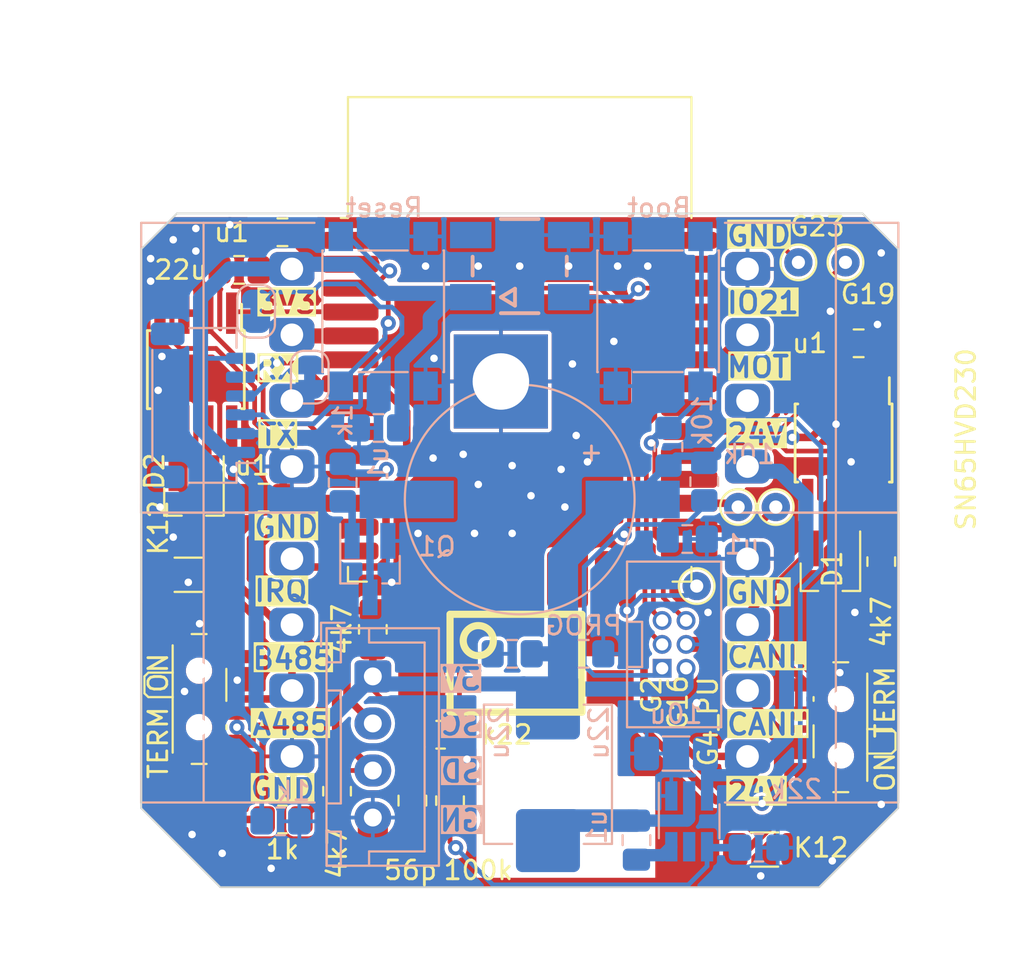
<source format=kicad_pcb>
(kicad_pcb (version 20221018) (generator pcbnew)
  (layers (0 "F.Cu" signal) (31 "B.Cu" signal) (34 "B.Paste" user) (35 "F.Paste" user) (36 "B.SilkS" user "B.Silkscreen") (37 "F.SilkS" user "F.Silkscreen") (38 "B.Mask" user) (39 "F.Mask" user) (44 "Edge.Cuts" user))
  (net 0 "")
  (net 1 "FINGER_TX")
  (net 2 "FINGER_RX")
  (net 3 "PROG_TX")
  (net 4 "PROG_RX")
  (net 5 "MOTOR")
  (net 6 "RS485A")
  (net 7 "RS485B")
  (net 8 "MOTOR1")
  (net 12 "Net-(J7-Pin_1)")
  (net 13 "Net-(J8-Pin_1)")
  (net 15 "GND")
  (net 16 "+24V")
  (net 17 "485_DI")
  (net 18 "/SW")
  (net 19 "+3V3")
  (net 20 "PROG_EN")
  (net 21 "CANH")
  (net 22 "CANL")
  (net 23 "Net-(U4-Rs)")
  (net 24 "Net-(SW3-A)")
  (net 25 "PROG_IO0")
  (net 26 "CAN_TX")
  (net 27 "CAN_RX")
  (net 29 "/BOOT")
  (net 30 "/FB")
  (net 31 "/IO21")
  (net 32 "Net-(BZ1--)")
  (net 33 "Net-(Q1-B)")
  (net 34 "BUZZER")
  (net 35 "Net-(J9-Pin_1)")
  (net 36 "RGB")
  (net 37 "FINGER_IRQ")
  (net 38 "Net-(J11-Pin_1)")
  (net 39 "Net-(J12-Pin_1)")
  (net 40 "Net-(R11-Pad1)")
  (net 41 "485_RO")
  (net 42 "485_DE")
  (net 43 "Net-(SW4-A)")
  (net 45 "/SCL")
  (net 46 "/SDA")
  (net 48 "Net-(J10-Pin_3)")
  (net 49 "Net-(J10-Pin_4)")
  (footprint "Resistor_SMD:R_0805_2012Metric_Pad1.20x1.40mm_HandSolder" (layer "F.Cu") (at 119.2 51.7 -90)
    (fp_text reference "R3" hide)
    (fp_text value "4k7")
  )
  (footprint "Package_TO_SOT_SMD:SOT-23_Handsoldering" (layer "F.Cu") (at 82.7 48.5 -90)
    (fp_text reference "D2")
    (fp_text value "PSM712")
  )
  (footprint "liebler_SEMICONDUCTORS:mdip_4_handsolder" (layer "F.Cu") (at 99.8 57.1 -90)
    (fp_text reference "U3" hide)
    (fp_text value "PC817" hide)
  )
  (footprint "Package_TO_SOT_SMD:SOT-23_Handsoldering" (layer "F.Cu") (at 116.5 52.5 -90)
    (fp_text reference "D1")
    (fp_text value "NUP2105")
  )
  (footprint "Resistor_SMD:R_0805_2012Metric_Pad1.20x1.40mm_HandSolder" (layer "F.Cu") (at 95.8 60.9)
    (fp_text reference "R11" hide)
    (fp_text value "k22")
  )
  (footprint "Resistor_SMD:R_1206_3216Metric_Pad1.30x1.75mm_HandSolder" (layer "F.Cu") (at 113 67)
    (fp_text reference "R4" hide)
    (fp_text value "K12")
  )
  (footprint "Capacitor_SMD:C_0805_2012Metric_Pad1.18x1.45mm_HandSolder" (layer "F.Cu") (at 94.3 64.4 90)
    (fp_text reference "C1" hide)
    (fp_text value "56p")
  )
  (footprint "Resistor_SMD:R_0805_2012Metric_Pad1.20x1.40mm_HandSolder" (layer "F.Cu") (at 92.2 55.3 -90)
    (fp_text reference "R13" hide)
    (fp_text value "4k7")
  )
  (footprint "TestPoint:TestPoint_THTPad_D1.5mm_Drill0.7mm" (layer "F.Cu") (at 113.6 48.8)
    (fp_text reference "J8" hide)
    (fp_text value "G4_PU")
  )
  (footprint "TestPoint:TestPoint_THTPad_D1.5mm_Drill0.7mm" (layer "F.Cu") (at 109.4 53)
    (fp_text reference "J7" hide)
    (fp_text value "G2")
  )
  (footprint "Capacitor_SMD:C_0805_2012Metric_Pad1.18x1.45mm_HandSolder" (layer "F.Cu") (at 87.4 34.2 180)
    (fp_text reference "C8" hide)
    (fp_text value "u1")
  )
  (footprint "liebler_MECH:SW_SPDT_PCM12_handsolder" (layer "F.Cu") (at 116.7275 60.5 90)
    (fp_text reference "SW3" hide)
    (fp_text value "ON TERM")
  )
  (footprint "liebler_MODULES:ESP32-WROOM-32_HANDSOLDER" (layer "F.Cu") (at 100 42.885)
    (fp_text reference "U1" hide)
    (fp_text value "ESP32-WROOM-E")
  )
  (footprint "Capacitor_SMD:C_0805_2012Metric_Pad1.18x1.45mm_HandSolder" (layer "F.Cu") (at 118 40.1)
    (fp_text reference "C7" hide)
    (fp_text value "u1")
  )
  (footprint "liebler_MECH:SW_SPDT_PCM12_handsolder" (layer "F.Cu") (at 83.3 59 -90)
    (fp_text reference "SW4" hide)
    (fp_text value "TERM ON")
  )
  (footprint "liebler_SEMICONDUCTORS:SOIC-8_3.9x4.9mm_Pitch1.27mm_handsolder" (layer "F.Cu") (at 117.2 45.4 -90)
    (fp_text reference "U4" hide)
    (fp_text value "SN65HVD230")
  )
  (footprint "Resistor_SMD:R_1206_3216Metric_Pad1.30x1.75mm_HandSolder" (layer "F.Cu") (at 82.4 52.4)
    (fp_text reference "R9" hide)
    (fp_text value "K12")
  )
  (footprint "Capacitor_SMD:C_0805_2012Metric_Pad1.18x1.45mm_HandSolder" (layer "F.Cu") (at 86.4 48.3 180)
    (fp_text reference "C3" hide)
    (fp_text value "u1")
  )
  (footprint "TestPoint:TestPoint_THTPad_D1.5mm_Drill0.7mm" (layer "F.Cu") (at 111.6 48.8)
    (fp_text reference "J9" hide)
    (fp_text value "G16")
  )
  (footprint "TestPoint:TestPoint_THTPad_D1.5mm_Drill0.7mm" (layer "F.Cu") (at 114.8 35.8)
    (fp_text reference "J12" hide)
    (fp_text value "G23")
  )
  (footprint "Resistor_SMD:R_0805_2012Metric_Pad1.20x1.40mm_HandSolder" (layer "F.Cu") (at 87.4 65.4 180)
    (fp_text reference "R2" hide)
    (fp_text value "1k")
  )
  (footprint "Capacitor_SMD:C_0805_2012Metric_Pad1.18x1.45mm_HandSolder" (layer "F.Cu") (at 85.1 36.2 180)
    (fp_text reference "C10" hide)
    (fp_text value "22u")
  )
  (footprint "Resistor_SMD:R_0805_2012Metric_Pad1.20x1.40mm_HandSolder" (layer "F.Cu") (at 96.3 64.4 -90)
    (fp_text reference "R5" hide)
    (fp_text value "100k")
  )
  (footprint "Resistor_SMD:R_0805_2012Metric_Pad1.20x1.40mm_HandSolder" (layer "F.Cu") (at 90.3 63.9 -90)
    (fp_text reference "R12" hide)
    (fp_text value "4k7")
  )
  (footprint "liebler_SEMICONDUCTORS:SOIC-8_3.9x4.9mm_Pitch1.27mm_handsolder" (layer "F.Cu") (at 82.8 41.5 -90)
    (fp_text reference "U5" hide)
    (fp_text value "MAX3485" hide)
  )
  (footprint "TestPoint:TestPoint_THTPad_D1.5mm_Drill0.7mm" (layer "F.Cu") (at 117.3 35.8)
    (fp_text reference "J11" hide)
    (fp_text value "G19")
  )
  (footprint "Capacitor_SMD:C_1206_3216Metric_Pad1.33x1.80mm_HandSolder" (layer "B.Cu") (at 108.3 61.9)
    (fp_text reference "C11" hide)
    (fp_text value "10u")
  )
  (footprint "liebler_PASSIVES:L_0630" (layer "B.Cu") (at 101.5 63 -90)
    (fp_text reference "L2" hide)
    (fp_text value "10u")
  )
  (footprint "Button_Switch_SMD:SW_Push_1P1T_NO_6x6mm_H9.5mm" (layer "B.Cu") (at 92.75 38.4 90)
    (fp_text reference "SW2" hide)
    (fp_text value "Reset")
  )
  (footprint "Resistor_SMD:R_0805_2012Metric_Pad1.20x1.40mm_HandSolder" (layer "B.Cu") (at 90.6 47.5 90)
    (fp_text reference "R10" hide)
    (fp_text value "1k")
  )
  (footprint "Capacitor_SMD:C_0805_2012Metric_Pad1.18x1.45mm_HandSolder" (layer "B.Cu") (at 106.2 66.5 90)
    (fp_text reference "C14" hide)
    (fp_text value "u1")
  )
  (footprint "Resistor_SMD:R_0805_2012Metric_Pad1.20x1.40mm_HandSolder" (layer "B.Cu") (at 87.3 65.5)
    (fp_text reference "R1" hide)
    (fp_text value "1k")
  )
  (footprint "Jumper:SolderJumper-2_P1.3mm_Bridged_RoundedPad1.0x1.5mm" (layer "B.Cu") (at 86 38.4 90)
    (fp_text reference "JP1" hide)
    (fp_text value "Jumper_2_Bridged" hide)
  )
  (footprint "Resistor_SMD:R_0805_2012Metric_Pad1.20x1.40mm_HandSolder" (layer "B.Cu") (at 112.7 66.9 180)
    (fp_text reference "R8" hide)
    (fp_text value "22k")
  )
  (footprint "Connector_JST:JST_SH_SM06B-SRSS-TB_1x06-1MP_P1.00mm_Horizontal" (layer "B.Cu") (at 83.175 43.4 90)
    (fp_text reference "J10" hide)
    (fp_text value "Conn_01x06")
  )
  (footprint "Buzzer_Beeper:Buzzer_12x9.5RM7.6" (layer "B.Cu") (at 100 48.4 180)
    (fp_text reference "BZ1" hide)
    (fp_text value "Buzzer")
  )
  (footprint "liebler_CONN:PhoenixContact_MC_1,5_4-G-3.5_1x04_P3.50mm_Horizontal_smallerCourtyard" (layer "B.Cu") (at 112.1 56.8 -90)
    (fp_text reference "J2" hide)
    (fp_text value "Conn_01x04")
  )
  (footprint "Button_Switch_SMD:SW_Push_1P1T_NO_6x6mm_H9.5mm" (layer "B.Cu") (at 107.35 38.4 -90)
    (fp_text reference "SW1" hide)
    (fp_text value "Boot")
  )
  (footprint "Resistor_SMD:R_0805_2012Metric_Pad1.20x1.40mm_HandSolder" (layer "B.Cu") (at 107.9 45.6 -90)
    (fp_text reference "R7" hide)
    (fp_text value "10k")
  )
  (footprint "Capacitor_SMD:C_0805_2012Metric_Pad1.18x1.45mm_HandSolder" (layer "B.Cu") (at 108.9 50.5)
    (fp_text reference "C9" hide)
    (fp_text value "u1")
  )
  (footprint "Connector_JST:JST_XH_B4B-XH-A_1x04_P2.50mm_Vertical" (layer "B.Cu") (at 92.2 57.8 -90)
    (fp_text reference "J6" hide)
    (fp_text value "Conn_01x04")
  )
  (footprint "liebler_OPTO:WS2812b_handsolder" (layer "B.Cu") (at 100 36 -90)
    (fp_text reference "D3" hide)
    (fp_text value "WS2812B" hide)
  )
  (footprint "liebler_CONN:PhoenixContact_MC_1,5_4-G-3.5_1x04_P3.50mm_Horizontal_smallerCourtyard" (layer "B.Cu") (at 87.905 56.8 90)
    (fp_text reference "J3" hide)
    (fp_text value "Motor")
  )
  (footprint "Capacitor_SMD:C_0805_2012Metric_Pad1.18x1.45mm_HandSolder" (layer "B.Cu") (at 99.6 56.6 180)
    (fp_text reference "C15" hide)
    (fp_text value "22u")
  )
  (footprint "liebler_CONN:PhoenixContact_MC_1,5_4-G-3.5_1x04_P3.50mm_Horizontal_smallerCourtyard" (layer "B.Cu") (at 87.9 41.4 90)
    (fp_text reference "J1" hide)
    (fp_text value "Conn_01x04")
  )
  (footprint "Resistor_SMD:R_0805_2012Metric_Pad1.20x1.40mm_HandSolder" (layer "B.Cu") (at 109.8 47.45 90)
    (fp_text reference "R6" hide)
    (fp_text value "10k")
  )
  (footprint "Package_TO_SOT_SMD:SOT-23-6_Handsoldering" (layer "B.Cu") (at 109 65.5 -90)
    (fp_text reference "U2" hide)
    (fp_text value "TPS54202DDC")
  )
  (footprint "liebler_CONN:PhoenixContact_MC_1,5_4-G-3.5_1x04_P3.50mm_Horizontal_smallerCourtyard" (layer "B.Cu") (at 112.1 41.4 -90)
    (fp_text reference "J5" hide)
    (fp_text value "Conn_01x04")
  )
  (footprint "liebler_CONN:IDC_2x03_P1.27mm_Vertical" (layer "B.Cu") (at 108.2 56.1)
    (fp_text reference "J4" hide)
    (fp_text value "PROG")
  )
  (footprint "Package_TO_SOT_SMD:SOT-23_Handsoldering" (layer "B.Cu") (at 92.05 52.1 -90)
    (fp_text reference "Q1")
    (fp_text value "BC847")
  )
  (footprint "Jumper:SolderJumper-2_P1.3mm_Bridged_RoundedPad1.0x1.5mm" (layer "B.Cu") (at 88.85 41.9 90)
    (fp_text reference "JP2" hide)
    (fp_text value "Jumper_2_Bridged" hide)
  )
  (footprint "Capacitor_SMD:C_0805_2012Metric_Pad1.18x1.45mm_HandSolder" (layer "B.Cu") (at 103.4 56.6)
    (fp_text reference "C2" hide)
    (fp_text value "22u")
  )
  (footprint "Capacitor_SMD:C_0805_2012Metric_Pad1.18x1.45mm_HandSolder" (layer "B.Cu") (at 92.5 44.6 180)
    (fp_text reference "C4" hide)
    (fp_text value "u1")
  )
  (gr_line (start 79.9 64.8) (end 84.1 69) (stroke (width 0.1)) (layer "Edge.Cuts"))
  (gr_line (start 118.2 33.2) (end 120.1 35.1) (stroke (width 0.1)) (layer "Edge.Cuts"))
  (gr_line (start 81.8 33.2) (end 118.2 33.2) (stroke (width 0.1)) (layer "Edge.Cuts"))
  (gr_line (start 84.1 69) (end 115.9 69) (stroke (width 0.1)) (layer "Edge.Cuts"))
  (gr_line (start 79.9 35.1) (end 79.9 64.8) (stroke (width 0.1)) (layer "Edge.Cuts"))
  (gr_line (start 79.9 35.1) (end 81.8 33.2) (stroke (width 0.1)) (layer "Edge.Cuts"))
  (gr_line (start 115.9 69) (end 120.1 64.8) (stroke (width 0.1)) (layer "Edge.Cuts"))
  (gr_line (start 120.1 35.1) (end 120.1 64.8) (stroke (width 0.1)) (layer "Edge.Cuts"))
  (gr_text "SC" (at 96.9 61) (layer "B.SilkS" knockout) (effects (font (size 1.1 1.1) (thickness 0.2) bold) (justify bottom mirror)))
  (gr_text "SD" (at 96.9 63.5) (layer "B.SilkS" knockout) (effects (font (size 1.1 1.1) (thickness 0.2) bold) (justify bottom mirror)))
  (gr_text "3V" (at 96.9 58.6) (layer "B.SilkS" knockout) (effects (font (size 1.1 1.1) (thickness 0.2) bold) (justify bottom mirror)))
  (gr_text "GN" (at 96.9 66.1) (layer "B.SilkS" knockout) (effects (font (size 1.1 1.1) (thickness 0.2) bold) (justify bottom mirror)))
  (gr_text "GND" (at 110.9 35) (layer "F.SilkS" knockout) (effects (font (size 1.1 1.1) (thickness 0.2) bold) (justify left bottom)))
  (gr_text "IRQ" (at 85.8 53.9) (layer "F.SilkS" knockout) (effects (font (size 1.1 1.1) (thickness 0.2) bold) (justify left bottom)))
  (gr_text "IO21" (at 110.9 38.6) (layer "F.SilkS" knockout) (effects (font (size 1.1 1.1) (thickness 0.2) bold) (justify left bottom)))
  (gr_text "RX" (at 85.9 42.1) (layer "F.SilkS" knockout) (effects (font (size 1.1 1.1) (thickness 0.2) bold) (justify left bottom)))
  (gr_text "3V3" (at 86 38.6) (layer "F.SilkS" knockout) (effects (font (size 1.1 1.1) (thickness 0.2) bold) (justify left bottom)))
  (gr_text "GND" (at 85.8 50.5) (layer "F.SilkS" knockout) (effects (font (size 1.1 1.1) (thickness 0.2) bold) (justify left bottom)))
  (gr_text "MOT" (at 110.9 42) (layer "F.SilkS" knockout) (effects (font (size 1.1 1.1) (thickness 0.2) bold) (justify left bottom)))
  (gr_text "GND" (at 110.9 54) (layer "F.SilkS" knockout) (effects (font (size 1.1 1.1) (thickness 0.2) bold) (justify left bottom)))
  (gr_text "B485" (at 85.7 57.5) (layer "F.SilkS" knockout) (effects (font (size 1.1 1.1) (thickness 0.2) bold) (justify left bottom)))
  (gr_text "GND" (at 85.6 64.4) (layer "F.SilkS" knockout) (effects (font (size 1.1 1.1) (thickness 0.2) bold) (justify left bottom)))
  (gr_text "TX" (at 86.1 45.6) (layer "F.SilkS" knockout) (effects (font (size 1.1 1.1) (thickness 0.2) bold) (justify left bottom)))
  (gr_text "24V" (at 110.9 45.6) (layer "F.SilkS" knockout) (effects (font (size 1.1 1.1) (thickness 0.2) bold) (justify left bottom)))
  (gr_text "A485" (at 85.7 61) (layer "F.SilkS" knockout) (effects (font (size 1.1 1.1) (thickness 0.2) bold) (justify left bottom)))
  (gr_text "CANH" (at 110.9 61) (layer "F.SilkS" knockout) (effects (font (size 1.1 1.1) (thickness 0.2) bold) (justify left bottom)))
  (gr_text "24V" (at 110.9 64.6) (layer "F.SilkS" knockout) (effects (font (size 1.1 1.1) (thickness 0.2) bold) (justify left bottom)))
  (gr_text "CANL" (at 110.9 57.4) (layer "F.SilkS" knockout) (effects (font (size 1.1 1.1) (thickness 0.2) bold) (justify left bottom)))
  (segment (start 91 43.52) (end 88.375 43.52) (width 0.8) (layer "F.Cu") (net 1))
  (segment (start 87.65 42.9) (end 87.9 43.15) (width 0.25) (layer "B.Cu") (net 1))
  (segment (start 87.9 43.15) (end 87.9 43) (width 0.25) (layer "B.Cu") (net 1))
  (segment (start 87.9 43) (end 88.1 42.8) (width 0.25) (layer "B.Cu") (net 1))
  (segment (start 91 39.71) (end 88.065 39.71) (width 0.8) (layer "F.Cu") (net 2))
  (segment (start 86 39.05) (end 87.3 39.05) (width 0.25) (layer "B.Cu") (net 2))
  (segment (start 87.3 39.05) (end 87.9 39.65) (width 0.25) (layer "B.Cu") (net 2))
  (segment (start 105.814769 44.748835) (end 105.814769 46.078373) (width 0.25) (layer "F.Cu") (net 3))
  (segment (start 106.7 39.24) (end 106.7 43.863604) (width 0.25) (layer "F.Cu") (net 3))
  (segment (start 105.814769 46.078373) (end 106.275 46.538604) (width 0.25) (layer "F.Cu") (net 3))
  (segment (start 106.65 55.185) (end 107.565 56.1) (width 0.25) (layer "F.Cu") (net 3))
  (segment (start 107.5 38.44) (end 109 38.44) (width 0.25) (layer "F.Cu") (net 3))
  (segment (start 106.275 46.538604) (end 106.275 50.701844) (width 0.25) (layer "F.Cu") (net 3))
  (segment (start 106.7 39.24) (end 107.5 38.44) (width 0.25) (layer "F.Cu") (net 3))
  (segment (start 106.65 51.076844) (end 106.65 55.185) (width 0.25) (layer "F.Cu") (net 3))
  (segment (start 106.7 43.863604) (end 105.814769 44.748835) (width 0.25) (layer "F.Cu") (net 3))
  (segment (start 106.275 50.701844) (end 106.65 51.076844) (width 0.25) (layer "F.Cu") (net 3))
  (segment (start 107.565 54.83) (end 107.1 54.365) (width 0.25) (layer "F.Cu") (net 4))
  (segment (start 107.483604 39.71) (end 109 39.71) (width 0.25) (layer "F.Cu") (net 4))
  (segment (start 107.1 50.890448) (end 106.725 50.515448) (width 0.25) (layer "F.Cu") (net 4))
  (segment (start 106.264769 44.935231) (end 107.175 44.025) (width 0.25) (layer "F.Cu") (net 4))
  (segment (start 107.1 54.365) (end 107.1 50.890448) (width 0.25) (layer "F.Cu") (net 4))
  (segment (start 106.725 50.515448) (end 106.725 46.352208) (width 0.25) (layer "F.Cu") (net 4))
  (segment (start 106.264769 45.891977) (end 106.264769 44.935231) (width 0.25) (layer "F.Cu") (net 4))
  (segment (start 107.175 44.025) (end 107.175 40.018604) (width 0.25) (layer "F.Cu") (net 4))
  (segment (start 107.175 40.018604) (end 107.483604 39.71) (width 0.25) (layer "F.Cu") (net 4))
  (segment (start 106.725 46.352208) (end 106.264769 45.891977) (width 0.25) (layer "F.Cu") (net 4))
  (segment (start 96.8 60.9) (end 96.8 55.03) (width 0.25) (layer "F.Cu") (net 5))
  (segment (start 96.8 55.03) (end 95.555 53.785) (width 0.25) (layer "F.Cu") (net 5))
  (segment (start 82.55 48.35) (end 83.2 48.35) (width 0.4) (layer "F.Cu") (net 6))
  (segment (start 82.165 47.965) (end 82.55 48.35) (width 0.4) (layer "F.Cu") (net 6))
  (segment (start 83.2 48.35) (end 83.5 48.65) (width 0.4) (layer "F.Cu") (net 6))
  (segment (start 87.905 57.45927) (end 86.305 55.85927) (width 0.4) (layer "F.Cu") (net 6))
  (segment (start 83.197208 59) (end 82.07 60.127208) (width 0.4) (layer "F.Cu") (net 6))
  (segment (start 86.305 55.005) (end 83.95 52.65) (width 0.4) (layer "F.Cu") (net 6))
  (segment (start 86.305 55.85927) (end 86.305 55.005) (width 0.4) (layer "F.Cu") (net 6))
  (segment (start 81.75 47.55) (end 82.55 48.35) (width 0.4) (layer "F.Cu") (net 6))
  (segment (start 82.165 44.5) (end 82.165 46.585) (width 0.4) (layer "F.Cu") (net 6))
  (segment (start 87.455 59) (end 83.197208 59) (width 0.4) (layer "F.Cu") (net 6))
  (segment (start 82.07 60.127208) (end 82.07 61.15) (width 0.4) (layer "F.Cu") (net 6))
  (segment (start 83.2 65.4) (end 86.4 65.4) (width 0.4) (layer "F.Cu") (net 6))
  (segment (start 82.67 61.75) (end 82.67 64.87) (width 0.4) (layer "F.Cu") (net 6))
  (segment (start 87.905 58.55) (end 87.905 57.45927) (width 0.4) (layer "F.Cu") (net 6))
  (segment (start 82.07 61.15) (end 82.67 61.75) (width 0.4) (layer "F.Cu") (net 6))
  (segment (start 83.5 48.65) (end 83.5 51.95) (width 0.4) (layer "F.Cu") (net 6))
  (segment (start 82.165 46.585) (end 81.75 47) (width 0.4) (layer "F.Cu") (net 6))
  (segment (start 82.165 44.5) (end 82.165 47.965) (width 0.4) (layer "F.Cu") (net 6))
  (segment (start 82.67 64.87) (end 83.2 65.4) (width 0.4) (layer "F.Cu") (net 6))
  (segment (start 87.905 58.55) (end 87.455 59) (width 0.4) (layer "F.Cu") (net 6))
  (segment (start 85.08 59.85) (end 89.05 59.85) (width 0.4) (layer "F.Cu") (net 7))
  (segment (start 84.98 61.25) (end 84.98 60.5) (width 0.25) (layer "F.Cu") (net 7))
  (segment (start 84.1 47.45) (end 83.65 47) (width 0.4) (layer "F.Cu") (net 7))
  (segment (start 89.505 59.395) (end 89.505 56.65) (width 0.4) (layer "F.Cu") (net 7))
  (segment (start 85 52.851472) (end 85 51.5) (width 0.4) (layer "F.Cu") (net 7))
  (segment (start 84.1 50.6) (end 84.1 47.45) (width 0.4) (layer "F.Cu") (net 7))
  (segment (start 84.98 60.5) (end 84.98 59.75) (width 0.25) (layer "F.Cu") (net 7))
  (segment (start 85 51.5) (end 84.1 50.6) (width 0.4) (layer "F.Cu") (net 7))
  (segment (start 83.435 46.785) (end 83.65 47) (width 0.4) (layer "F.Cu") (net 7))
  (segment (start 89.05 59.85) (end 89.505 59.395) (width 0.4) (layer "F.Cu") (net 7))
  (segment (start 87.198528 55.05) (end 85 52.851472) (width 0.4) (layer "F.Cu") (net 7))
  (segment (start 83.435 44.5) (end 83.435 46.785) (width 0.4) (layer "F.Cu") (net 7))
  (segment (start 89.505 56.65) (end 87.905 55.05) (width 0.4) (layer "F.Cu") (net 7))
  (via (at 84.98 60.5) (size 0.8) (drill 0.4) (layers "F.Cu" "B.Cu") (net 7))
  (segment (start 86.3 65.5) (end 86.3 61.82) (width 0.25) (layer "B.Cu") (net 7))
  (segment (start 86.3 61.82) (end 84.98 60.5) (width 0.25) (layer "B.Cu") (net 7))
  (segment (start 110.43 64.4) (end 104.5 58.47) (width 0.4) (layer "F.Cu") (net 8))
  (segment (start 112.718063 64.4) (end 110.43 64.4) (width 0.4) (layer "F.Cu") (net 8))
  (segment (start 112.868062 64.549999) (end 112.718063 64.4) (width 0.4) (layer "F.Cu") (net 8))
  (via (at 112.868062 64.549999) (size 0.8) (drill 0.4) (layers "F.Cu" "B.Cu") (net 8))
  (segment (start 113.178204 64.275) (end 114.9 62.553204) (width 0.25) (layer "B.Cu") (net 8))
  (segment (start 116 45.600001) (end 114.549999 44.15) (width 0.25) (layer "B.Cu") (net 8))
  (segment (start 112.868062 64.549999) (end 113.143061 64.275) (width 0.25) (layer "B.Cu") (net 8))
  (segment (start 113.143061 64.275) (end 113.178204 64.275) (width 0.25) (layer "B.Cu") (net 8))
  (segment (start 114.9 53.2) (end 116 52.1) (width 0.25) (layer "B.Cu") (net 8))
  (segment (start 114.9 62.553204) (end 114.9 53.2) (width 0.25) (layer "B.Cu") (net 8))
  (segment (start 114.549999 44.15) (end 112.1 44.15) (width 0.25) (layer "B.Cu") (net 8))
  (segment (start 116 52.1) (end 116 45.600001) (width 0.25) (layer "B.Cu") (net 8))
  (segment (start 105.715 54.285) (end 105.7 54.3) (width 0.25) (layer "F.Cu") (net 12))
  (segment (start 105.715 52.64) (end 105.715 54.285) (width 0.25) (layer "F.Cu") (net 12))
  (via (at 105.7 54.3) (size 0.8) (drill 0.4) (layers "F.Cu" "B.Cu") (net 12))
  (segment (start 108.9 53.5) (end 109.4 53) (width 0.25) (layer "B.Cu") (net 12))
  (segment (start 106.5 53.5) (end 108.9 53.5) (width 0.25) (layer "B.Cu") (net 12))
  (segment (start 105.7 54.3) (end 106.5 53.5) (width 0.25) (layer "B.Cu") (net 12))
  (segment (start 109.08 49.95) (end 112.45 49.95) (width 0.4) (layer "F.Cu") (net 13))
  (segment (start 112.45 49.95) (end 113.6 48.8) (width 0.4) (layer "F.Cu") (net 13))
  (segment (start 109 49.87) (end 109.08 49.95) (width 0.4) (layer "F.Cu") (net 13))
  (segment (start 93.17 34.63) (end 93.2 34.6) (width 0.8) (layer "F.Cu") (net 15))
  (segment (start 87.4375 48.3) (end 87.4375 47.1125) (width 0.4) (layer "F.Cu") (net 15))
  (segment (start 91 34.63) (end 93.17 34.63) (width 0.8) (layer "F.Cu") (net 15))
  (segment (start 92.2 65.3) (end 92.2 67.2) (width 1.6) (layer "F.Cu") (net 15))
  (segment (start 87.4375 47.1125) (end 87.9 46.65) (width 0.4) (layer "F.Cu") (net 15))
  (segment (start 109 34.63) (end 91 34.63) (width 0.8) (layer "F.Cu") (net 15))
  (segment (start 108.835 56.1) (end 110 56.1) (width 0.8) (layer "F.Cu") (net 15))
  (via (at 105.2 36) (size 0.8) (drill 0.4) (layers "F.Cu" "B.Cu") (net 15))
  (via (at 82.4 52.8) (size 0.8) (drill 0.4) (layers "F.Cu" "B.Cu") (net 15))
  (via (at 117.8 54.4) (size 0.8) (drill 0.4) (layers "F.Cu" "B.Cu") (net 15))
  (via (at 119.2 35.3) (size 0.8) (drill 0.4) (layers "F.Cu" "B.Cu") (net 15))
  (via (at 102.6 36) (size 0.8) (drill 0.4) (layers "F.Cu" "B.Cu") (net 15))
  (via (at 85 58) (size 0.8) (drill 0.4) (layers "F.Cu" "B.Cu") (net 15))
  (via (at 99.6 50.2) (size 0.8) (drill 0.4) (layers "F.Cu" "B.Cu") (net 15))
  (via (at 116.5 38.4) (size 0.8) (drill 0.4) (layers "F.Cu" "B.Cu") (net 15))
  (via (at 97.6 50.2) (size 0.8) (drill 0.4) (layers "F.Cu" "B.Cu") (net 15))
  (via (at 84.2 67.2) (size 0.8) (drill 0.4) (layers "F.Cu" "B.Cu") (net 15))
  (via (at 116.8 44.4) (size 0.8) (drill 0.4) (layers "F.Cu" "B.Cu") (net 15))
  (via (at 93.2 52.8) (size 0.8) (drill 0.4) (layers "F.Cu" "B.Cu") (net 15))
  (via (at 80.9 48.8) (size 0.8) (drill 0.4) (layers "F.Cu" "B.Cu") (net 15))
  (via (at 117.6 46.4) (size 0.8) (drill 0.4) (layers "F.Cu" "B.Cu") (net 15))
  (via (at 83 55) (size 0.8) (drill 0.4) (layers "F.Cu" "B.Cu") (net 15))
  (via (at 100.6 48.2) (size 0.8) (drill 0.4) (layers "F.Cu" "B.Cu") (net 15))
  (via (at 80.4 36.8) (size 0.8) (drill 0.4) (layers "F.Cu" "B.Cu") (net 15))
  (via (at 109.4 59.2) (size 0.8) (drill 0.4) (layers "F.Cu" "B.Cu") (net 15))
  (via (at 106.8 36) (size 0.8) (drill 0.4) (layers "F.Cu" "B.Cu") (net 15))
  (via (at 81 40.8) (size 0.8) (drill 0.4) (layers "F.Cu" "B.Cu") (net 15))
  (via (at 119.2 64.6) (size 0.8) (drill 0.4) (layers "F.Cu" "B.Cu") (net 15))
  (via (at 97.8 47.6) (size 0.8) (drill 0.4) (layers "F.Cu" "B.Cu") (net 15))
  (via (at 94.6 50.2) (size 0.8) (drill 0.4) (layers "F.Cu" "B.Cu") (net 15))
  (via (at 97.8 36) (size 0.8) (drill 0.4) (layers "F.Cu" "B.Cu") (net 15))
  (via (at 80.4 35.6) (size 0.8) (drill 0.4) (layers "F.Cu" "B.Cu") (net 15))
  (via (at 80.8 42.6) (size 0.8) (drill 0.4) (layers "F.Cu" "B.Cu") (net 15))
  (via (at 81.6 34.6) (size 0.8) (drill 0.4) (layers "F.Cu" "B.Cu") (net 15))
  (via (at 102.8 41.2) (size 0.8) (drill 0.4) (layers "F.Cu" "B.Cu") (net 15))
  (via (at 81.6 50.4) (size 0.8) (drill 0.4) (layers "F.Cu" "B.Cu") (net 15))
  (via (at 82.2 58.6) (size 0.8) (drill 0.4) (layers "F.Cu" "B.Cu") (net 15))
  (via (at 102.2 46.8) (size 0.8) (drill 0.4) (layers "F.Cu" "B.Cu") (net 15))
  (via (at 103.6 46.4) (size 0.8) (drill 0.4) (layers "F.Cu" "B.Cu") (net 15))
  (via (at 110 54.4) (size 0.8) (drill 0.4) (layers "F.Cu" "B.Cu") (net 15))
  (via (at 82.8 35.2) (size 0.8) (drill 0.4) (layers "F.Cu" "B.Cu") (net 15))
  (via (at 102.4 48.8) (size 0.8) (drill 0.4) (layers "F.Cu" "B.Cu") (net 15))
  (via (at 84.6 33.8) (size 0.8) (drill 0.4) (layers "F.Cu" "B.Cu") (net 15))
  (via (at 95.4 46.2) (size 0.8) (drill 0.4) (layers "F.Cu" "B.Cu") (net 15))
  (via (at 100 36) (size 0.8) (drill 0.4) (layers "F.Cu" "B.Cu") (net 15))
  (via (at 119 39.1) (size 0.8) (drill 0.4) (layers "F.Cu" "B.Cu") (net 15))
  (via (at 116.6 67.6) (size 0.8) (drill 0.4) (layers "F.Cu" "B.Cu") (net 15))
  (via (at 112.8 68.4) (size 0.8) (drill 0.4) (layers "F.Cu" "B.Cu") (net 15))
  (via (at 117 57.6) (size 0.8) (drill 0.4) (layers "F.Cu" "B.Cu") (net 15))
  (via (at 97 46) (size 0.8) (drill 0.4) (layers "F.Cu" "B.Cu") (net 15))
  (via (at 95 36) (size 0.8) (drill 0.4) (layers "F.Cu" "B.Cu") (net 15))
  (via (at 99.6 46.6) (size 0.8) (drill 0.4) (layers "F.Cu" "B.Cu") (net 15))
  (via (at 95.45 40.9) (size 0.8) (drill 0.4) (layers "F.Cu" "B.Cu") (net 15))
  (via (at 103 45) (size 0.8) (drill 0.4) (layers "F.Cu" "B.Cu") (net 15))
  (via (at 105 40) (size 0.8) (drill 0.4) (layers "F.Cu" "B.Cu") (net 15))
  (via (at 82.6 66.2) (size 0.8) (drill 0.4) (layers "F.Cu" "B.Cu") (net 15))
  (via (at 86.8 68) (size 0.8) (drill 0.4) (layers "F.Cu" "B.Cu") (net 15))
  (via (at 97.2 62.2) (size 0.8) (drill 0.4) (layers "F.Cu" "B.Cu") (net 15))
  (via (at 82.8 34) (size 0.8) (drill 0.4) (layers "F.Cu" "B.Cu") (net 15))
  (segment (start 85.175 44.9) (end 86.15 44.9) (width 0.4) (layer "B.Cu") (net 15))
  (segment (start 86.15 44.9) (end 87.9 46.65) (width 0.4) (layer "B.Cu") (net 15))
  (segment (start 109.278528 62.05) (end 112.1 62.05) (width 0.4) (layer "F.Cu") (net 16))
  (segment (start 105.63 55.83) (end 106.6 56.8) (width 0.4) (layer "F.Cu") (net 16))
  (segment (start 106.6 59.371472) (end 109.278528 62.05) (width 0.4) (layer "F.Cu") (net 16))
  (segment (start 106.6 56.8) (end 106.6 59.371472) (width 0.4) (layer "F.Cu") (net 16))
  (segment (start 109.95 64.15) (end 109.95 63.1) (width 0.65) (layer "B.Cu") (net 16))
  (segment (start 115.2 48.289793) (end 113.810207 46.9) (width 0.8) (layer "B.Cu") (net 16))
  (segment (start 114.175 60.975) (end 114.175 52.899696) (width 0.8) (layer "B.Cu") (net 16))
  (segment (start 110 63.05) (end 109.95 63.1) (width 0.65) (layer "B.Cu") (net 16))
  (segment (start 109.95 63.1) (end 109.95 61.9875) (width 0.65) (layer "B.Cu") (net 16))
  (segment (start 112.1 63.05) (end 110 63.05) (width 0.65) (layer "B.Cu") (net 16))
  (segment (start 114.175 52.899696) (end 115.2 51.874696) (width 0.8) (layer "B.Cu") (net 16))
  (segment (start 112.1 63.05) (end 114.175 60.975) (width 0.8) (layer "B.Cu") (net 16))
  (segment (start 115.2 51.874696) (end 115.2 48.289793) (width 0.8) (layer "B.Cu") (net 16))
  (segment (start 113.810207 46.9) (end 112.1 46.9) (width 0.8) (layer "B.Cu") (net 16))
  (segment (start 109.95 61.9875) (end 109.8625 61.9) (width 0.65) (layer "B.Cu") (net 16))
  (segment (start 89.718204 46.06) (end 88.483204 44.825) (width 0.25) (layer "F.Cu") (net 17))
  (segment (start 85.925 42.426396) (end 83.873604 40.375) (width 0.25) (layer "F.Cu") (net 17))
  (segment (start 81.97 40.375) (end 80.895 39.3) (width 0.25) (layer "F.Cu") (net 17))
  (segment (start 88.483204 44.825) (end 86.425 44.825) (width 0.25) (layer "F.Cu") (net 17))
  (segment (start 83.873604 40.375) (end 81.97 40.375) (width 0.25) (layer "F.Cu") (net 17))
  (segment (start 85.925 44.325) (end 85.925 42.426396) (width 0.25) (layer "F.Cu") (net 17))
  (segment (start 86.425 44.825) (end 85.925 44.325) (width 0.25) (layer "F.Cu") (net 17))
  (segment (start 106.2 65.4625) (end 102.5625 65.4625) (width 1.2) (layer "B.Cu") (net 18))
  (segment (start 109 64.15) (end 109 65.355) (width 0.65) (layer "B.Cu") (net 18))
  (segment (start 102.5625 65.4625) (end 101.5 66.525) (width 1.2) (layer "B.Cu") (net 18))
  (segment (start 108.8925 65.4625) (end 106.2 65.4625) (width 0.65) (layer "B.Cu") (net 18))
  (segment (start 109 65.355) (end 108.8925 65.4625) (width 0.65) (layer "B.Cu") (net 18))
  (segment (start 84.705 46.895) (end 84.705 47.6425) (width 0.4) (layer "F.Cu") (net 19))
  (segment (start 92.67 55.83) (end 92.2 56.3) (width 0.4) (layer "F.Cu") (net 19))
  (segment (start 116 44.6) (end 116 44.068629) (width 0.4) (layer "F.Cu") (net 19))
  (segment (start 84.705 47.6425) (end 85.3625 48.3) (width 0.4) (layer "F.Cu") (net 19))
  (segment (start 96.3 63.4) (end 94.3375 63.4) (width 0.4) (layer "F.Cu") (net 19))
  (segment (start 89 64.8) (end 90.2 64.8) (width 0.4) (layer "F.Cu") (net 19))
  (segment (start 115.497929 45.102071) (end 116 44.6) (width 0.4) (layer "F.Cu") (net 19))
  (segment (start 91.15 64.05) (end 93.6125 64.05) (width 0.4) (layer "F.Cu") (net 19))
  (segment (start 114.476765 45.102071) (end 115.497929 45.102071) (width 0.4) (layer "F.Cu") (net 19))
  (segment (start 92.2 58.513299) (end 93.875 60.188299) (width 0.25) (layer "F.Cu") (net 19))
  (segment (start 116.565 40.4975) (end 116.9625 40.1) (width 0.4) (layer "F.Cu") (net 19))
  (segment (start 93.6125 64.05) (end 94.3 63.3625) (width 0.4) (layer "F.Cu") (net 19))
  (segment (start 90.3 64.9) (end 91.15 64.05) (width 0.4) (layer "F.Cu") (net 19))
  (segment (start 116 44.068629) (end 116.565 43.503629) (width 0.4) (layer "F.Cu") (net 19))
  (segment (start 92.2 57.8) (end 92.2 56.3) (width 0.4) (layer "F.Cu") (net 19))
  (segment (start 94.8 55.83) (end 92.67 55.83) (width 0.4) (layer "F.Cu") (net 19))
  (segment (start 89.499482 35.899482) (end 88.4375 34.8375) (width 0.8) (layer "F.Cu") (net 19))
  (segment (start 92.154612 35.899482) (end 92.154094 35.9) (width 0.8) (layer "F.Cu") (net 19))
  (segment (start 84.705 46.705) (end 84.8 46.8) (width 0.4) (layer "F.Cu") (net 19))
  (segment (start 116.565 43.503629) (end 116.565 42.4) (width 0.4) (layer "F.Cu") (net 19))
  (segment (start 92.154094 35.9) (end 88.255 35.9) (width 0.8) (layer "F.Cu") (net 19))
  (segment (start 88.4375 34.8375) (end 88.4375 34.2) (width 0.8) (layer "F.Cu") (net 19))
  (segment (start 84.705 44.5) (end 84.705 46.705) (width 0.4) (layer "F.Cu") (net 19))
  (segment (start 116.565 42.4) (end 116.565 40.4975) (width 0.4) (layer "F.Cu") (net 19))
  (segment (start 88.4 65.4) (end 89 64.8) (width 0.4) (layer "F.Cu") (net 19))
  (segment (start 92.154612 35.899482) (end 89.499482 35.899482) (width 0.8) (layer "F.Cu") (net 19))
  (segment (start 84.8 46.8) (end 84.705 46.895) (width 0.4) (layer "F.Cu") (net 19))
  (segment (start 93.875 60.188299) (end 93.875 62.9375) (width 0.25) (layer "F.Cu") (net 19))
  (via (at 84.8 46.8) (size 0.8) (drill 0.4) (layers "F.Cu" "B.Cu") (net 19))
  (via (at 114.476765 45.102071) (size 0.8) (drill 0.4) (layers "F.Cu" "B.Cu") (net 19))
  (segment (start 85.175 40.9) (end 83.05 40.9) (width 0.25) (layer "B.Cu") (net 19))
  (segment (start 92.876622 37.45) (end 91.326104 35.899482) (width 0.8) (layer "B.Cu") (net 19))
  (segment (start 93.75 41) (end 95.25 39.5) (width 0.8) (layer "B.Cu") (net 19))
  (segment (start 93.5375 44.6) (end 93.75 44.3875) (width 0.8) (layer "B.Cu") (net 19))
  (segment (start 105.420101 48.4) (end 106 48.4) (width 1.6) (layer "B.Cu") (net 19))
  (segment (start 97.2 37.45) (end 92.876622 37.45) (width 0.8) (layer "B.Cu") (net 19))
  (segment (start 100.6375 56.6) (end 102.3625 56.6) (width 0.8) (layer "B.Cu") (net 19))
  (segment (start 86 47.564816) (end 83.05 44.614816) (width 0.8) (layer "B.Cu") (net 19))
  (segment (start 102.3 51.520101) (end 105.420101 48.4) (width 1.6) (layer "B.Cu") (net 19))
  (segment (start 92.2 57.8) (end 89.95 60.05) (width 0.8) (layer "B.Cu") (net 19))
  (segment (start 84.6 36.15) (end 87.9 36.15) (width 0.8) (layer "B.Cu") (net 19))
  (segment (start 92.6 58.2) (end 100.225 58.2) (width 0.8) (layer "B.Cu") (net 19))
  (segment (start 86 59.337114) (end 86 47.564816) (width 0.8) (layer "B.Cu") (net 19))
  (segment (start 83.05 37.7) (end 84.6 36.15) (width 0.8) (layer "B.Cu") (net 19))
  (segment (start 83.05 44.614816) (end 83.05 40.9) (width 0.8) (layer "B.Cu") (net 19))
  (segment (start 92.2 57.8) (end 92.6 58.2) (width 0.8) (layer "B.Cu") (net 19))
  (segment (start 108.3 46.1) (end 110.5 46.1) (width 0.4) (layer "B.Cu") (net 19))
  (segment (start 101.5 59.475) (end 102.3 58.675) (width 1.6) (layer "B.Cu") (net 19))
  (segment (start 110.5 46.1) (end 110.5 45.84073) (width 0.4) (layer "B.Cu") (net 19))
  (segment (start 96.335786 37.65) (end 97.4 37.65) (width 0.8) (layer "B.Cu") (net 19))
  (segment (start 108.665 58.47) (end 108.835 58.3) (width 0.8) (layer "B.Cu") (net 19))
  (segment (start 111.14073 45.2) (end 114.378836 45.2) (width 0.4) (layer "B.Cu") (net 19))
  (segment (start 95.25 39.5) (end 95.25 38.735786) (width 0.8) (layer "B.Cu") (net 19))
  (segment (start 110.5 45.84073) (end 111.14073 45.2) (width 0.4) (layer "B.Cu") (net 19))
  (segment (start 106 48.4) (end 108.3 46.1) (width 0.4) (layer "B.Cu") (net 19))
  (segment (start 108.835 58.3) (end 108.835 57.37) (width 0.8) (layer "B.Cu") (net 19))
  (segment (start 102.3 58.675) (end 102.3 51.520101) (width 1.6) (layer "B.Cu") (net 19))
  (segment (start 83.05 40.9) (end 83.05 37.7) (width 0.8) (layer "B.Cu") (net 19))
  (segment (start 97.4 37.65) (end 97.2 37.45) (width 0.8) (layer "B.Cu") (net 19))
  (segment (start 93.75 44.3875) (end 93.75 41) (width 0.8) (layer "B.Cu") (net 19))
  (segment (start 95.25 38.735786) (end 96.335786 37.65) (width 0.8) (layer "B.Cu") (net 19))
  (segment (start 86.712886 60.05) (end 86 59.337114) (width 0.8) (layer "B.Cu") (net 19))
  (segment (start 100.225 58.2) (end 101.5 59.475) (width 0.8) (layer "B.Cu") (net 19))
  (segment (start 89.95 60.05) (end 86.712886 60.05) (width 0.8) (layer "B.Cu") (net 19))
  (segment (start 102.505 58.47) (end 108.665 58.47) (width 0.8) (layer "B.Cu") (net 19))
  (segment (start 114.378836 45.2) (end 114.476765 45.102071) (width 0.4) (layer "B.Cu") (net 19))
  (segment (start 101.5 59.475) (end 102.505 58.47) (width 0.8) (layer "B.Cu") (net 19))
  (segment (start 88.150518 35.899482) (end 87.9 36.15) (width 0.8) (layer "B.Cu") (net 19))
  (segment (start 91.326104 35.899482) (end 88.150518 35.899482) (width 0.8) (layer "B.Cu") (net 19))
  (segment (start 93.019498 39.029176) (end 93.019498 37.689498) (width 0.25) (layer "F.Cu") (net 20))
  (segment (start 92.5 37.17) (end 91 37.17) (width 0.25) (layer "F.Cu") (net 20))
  (segment (start 93.091079 36.250243) (end 92.171322 37.17) (width 0.25) (layer "F.Cu") (net 20))
  (segment (start 92.171322 37.17) (end 91 37.17) (width 0.25) (layer "F.Cu") (net 20))
  (segment (start 104.27 37.17) (end 91 37.17) (width 0.25) (layer "F.Cu") (net 20))
  (segment (start 105.825 49.975) (end 105.825 46.725) (width 0.25) (layer "F.Cu") (net 20))
  (segment (start 105.364769 46.264769) (end 105.364769 44.562439) (width 0.25) (layer "F.Cu") (net 20))
  (segment (start 106.25 39.15) (end 104.27 37.17) (width 0.25) (layer "F.Cu") (net 20))
  (segment (start 93.019498 37.689498) (end 92.5 37.17) (width 0.25) (layer "F.Cu") (net 20))
  (segment (start 105.364769 44.562439) (end 106.25 43.677208) (width 0.25) (layer "F.Cu") (net 20))
  (segment (start 105.55 50.25) (end 105.825 49.975) (width 0.25) (layer "F.Cu") (net 20))
  (segment (start 106.25 43.677208) (end 106.25 39.15) (width 0.25) (layer "F.Cu") (net 20))
  (segment (start 105.825 46.725) (end 105.364769 46.264769) (width 0.25) (layer "F.Cu") (net 20))
  (via (at 93.019498 39.029176) (size 0.8) (drill 0.4) (layers "F.Cu" "B.Cu") (net 20))
  (via (at 105.55 50.25) (size 0.8) (drill 0.4) (layers "F.Cu" "B.Cu") (net 20))
  (via (at 93.091079 36.250243) (size 0.8) (drill 0.4) (layers "F.Cu" "B.Cu") (net 20))
  (segment (start 92.853428 39.835176) (end 90.5 42.188604) (width 0.25) (layer "B.Cu") (net 20))
  (segment (start 109.8 48.75) (end 109.8 48.45) (width 0.25) (layer "B.Cu") (net 20))
  (segment (start 105.686091 49.725) (end 108.825 49.725) (width 0.25) (layer "B.Cu") (net 20))
  (segment (start 90.5 42.188604) (end 90.5 42.375) (width 0.25) (layer "B.Cu") (net 20))
  (segment (start 108.825 49.725) (end 109.8 48.75) (width 0.25) (layer "B.Cu") (net 20))
  (segment (start 103.425 57.2201) (end 103.425 51.986091) (width 0.25) (layer "B.Cu") (net 20))
  (segment (start 93.019498 39.029176) (end 92.853428 39.195246) (width 0.25) (layer "B.Cu") (net 20))
  (segment (start 107.565 57.37) (end 107.19 57.745) (width 0.25) (layer "B.Cu") (net 20))
  (segment (start 92.853428 39.195246) (end 92.853428 39.835176) (width 0.25) (layer "B.Cu") (net 20))
  (segment (start 103.425 51.986091) (end 105.686091 49.725) (width 0.25) (layer "B.Cu") (net 20))
  (segment (start 103.9499 57.745) (end 103.425 57.2201) (width 0.25) (layer "B.Cu") (net 20))
  (segment (start 90.876926 34.425) (end 90.5 34.425) (width 0.25) (layer "B.Cu") (net 20))
  (segment (start 92.702169 36.250243) (end 90.876926 34.425) (width 0.25) (layer "B.Cu") (net 20))
  (segment (start 93.091079 36.250243) (end 92.702169 36.250243) (width 0.25) (layer "B.Cu") (net 20))
  (segment (start 107.19 57.745) (end 103.9499 57.745) (width 0.25) (layer "B.Cu") (net 20))
  (segment (start 112.1 58.9525) (end 113.7475 60.6) (width 0.4) (layer "F.Cu") (net 21))
  (segment (start 117.13 63.47) (end 118.9575 61.6425) (width 0.4) (layer "F.Cu") (net 21))
  (segment (start 118.9575 54.3075) (end 118.9575 60.6) (width 0.4) (layer "F.Cu") (net 21))
  (segment (start 117.13 65.44) (end 117.13 63.47) (width 0.4) (layer "F.Cu") (net 21))
  (segment (start 117.835 48.4) (end 117.45 48.785) (width 0.4) (layer "F.Cu") (net 21))
  (segment (start 118.9575 60.6) (end 118.9575 61.6425) (width 0.4) (layer "F.Cu") (net 21))
  (segment (start 117.45 48.785) (end 117.45 51) (width 0.4) (layer "F.Cu") (net 21))
  (segment (start 112.1 58.55) (end 112.1 58.9525) (width 0.4) (layer "F.Cu") (net 21))
  (segment (start 114.55 67) (end 115.57 67) (width 0.4) (layer "F.Cu") (net 21))
  (segment (start 117.45 52.8) (end 118.9575 54.3075) (width 0.4) (layer "F.Cu") (net 21))
  (segment (start 113.7475 60.6) (end 118.9575 60.6) (width 0.4) (layer "F.Cu") (net 21))
  (segment (start 117.45 51) (end 117.45 52.8) (width 0.4) (layer "F.Cu") (net 21))
  (segment (start 115.57 67) (end 117.13 65.44) (width 0.4) (layer "F.Cu") (net 21))
  (segment (start 114.82 59.75) (end 114.82 58.25) (width 0.4) (layer "F.Cu") (net 22))
  (segment (start 112.1 54.45) (end 112.1 55.05) (width 0.4) (layer "F.Cu") (net 22))
  (segment (start 115.0475 57.9975) (end 112.1 55.05) (width 0.4) (layer "F.Cu") (net 22))
  (segment (start 115.0475 58.25) (end 115.0475 57.9975) (width 0.4) (layer "F.Cu") (net 22))
  (segment (start 116.2 48.765) (end 116.2 50.35) (width 0.4) (layer "F.Cu") (net 22))
  (segment (start 116.2 50.35) (end 115.665 50.885) (width 0.4) (layer "F.Cu") (net 22))
  (segment (start 115.55 51) (end 112.1 54.45) (width 0.4) (layer "F.Cu") (net 22))
  (segment (start 116.565 48.4) (end 116.2 48.765) (width 0.4) (layer "F.Cu") (net 22))
  (segment (start 119.105 50.605) (end 119.2 50.7) (width 0.4) (layer "F.Cu") (net 23))
  (segment (start 119.105 48.4) (end 119.105 50.605) (width 0.4) (layer "F.Cu") (net 23))
  (segment (start 111.45 67) (end 112.1 67) (width 0.4) (layer "F.Cu") (net 24))
  (segment (start 114.82 64.28) (end 114.82 62.75) (width 0.4) (layer "F.Cu") (net 24))
  (segment (start 112.1 67) (end 114.82 64.28) (width 0.4) (layer "F.Cu") (net 24))
  (segment (start 106.989769 45.396344) (end 107.175 45.581575) (width 0.25) (layer "F.Cu") (net 25))
  (segment (start 107.175 50.329052) (end 107.985948 51.14) (width 0.25) (layer "F.Cu") (net 25))
  (segment (start 107.625 53.62) (end 108.835 54.83) (width 0.25) (layer "F.Cu") (net 25))
  (segment (start 108.36 51.14) (end 107.625 51.875) (width 0.25) (layer "F.Cu") (net 25))
  (segment (start 107.175 45.581575) (end 107.175 50.329052) (width 0.25) (layer "F.Cu") (net 25))
  (segment (start 107.625 51.875) (end 107.625 53.62) (width 0.25) (layer "F.Cu") (net 25))
  (via (at 106.989769 45.396344) (size 0.8) (drill 0.4) (layers "F.Cu" "B.Cu") (net 25))
  (segment (start 108.1799 44.4) (end 109.65 42.9299) (width 0.25) (layer "B.Cu") (net 25))
  (segment (start 109.65 42.375) (end 109.65 34.425) (width 0.25) (layer "B.Cu") (net 25))
  (segment (start 106.989769 45.210231) (end 107.8 44.4) (width 0.25) (layer "B.Cu") (net 25))
  (segment (start 106.989769 45.396344) (end 106.989769 45.210231) (width 0.25) (layer "B.Cu") (net 25))
  (segment (start 109 46.06) (end 109.26 45.8) (width 0.25) (layer "F.Cu") (net 26))
  (segment (start 114.17646 45.827071) (end 116.672929 45.827071) (width 0.25) (layer "F.Cu") (net 26))
  (segment (start 119.105 43.395) (end 119.105 42.4) (width 0.25) (layer "F.Cu") (net 26))
  (segment (start 111.046796 45.4) (end 113.749389 45.4) (width 0.25) (layer "F.Cu") (net 26))
  (segment (start 113.749389 45.4) (end 114.17646 45.827071) (width 0.25) (layer "F.Cu") (net 26))
  (segment (start 109.26 45.8) (end 110.646796 45.8) (width 0.25) (layer "F.Cu") (net 26))
  (segment (start 110.646796 45.8) (end 111.046796 45.4) (width 0.25) (layer "F.Cu") (net 26))
  (segment (start 116.672929 45.827071) (end 119.105 43.395) (width 0.25) (layer "F.Cu") (net 26))
  (segment (start 110.471796 44.825) (end 113.728204 44.825) (width 0.25) (layer "F.Cu") (net 27))
  (segment (start 113.728204 44.825) (end 115.295 43.258204) (width 0.25) (layer "F.Cu") (net 27))
  (segment (start 115.295 43.258204) (end 115.295 42.4) (width 0.25) (layer "F.Cu") (net 27))
  (segment (start 109 44.79) (end 110.436796 44.79) (width 0.25) (layer "F.Cu") (net 27))
  (segment (start 110.436796 44.79) (end 110.471796 44.825) (width 0.25) (layer "F.Cu") (net 27))
  (segment (start 108.05 66.85) (end 107.6 67.3) (width 0.65) (layer "B.Cu") (net 29))
  (segment (start 107.6 67.3) (end 106.4375 67.3) (width 0.65) (layer "B.Cu") (net 29))
  (segment (start 106.4375 67.3) (end 106.2 67.5375) (width 0.65) (layer "B.Cu") (net 29))
  (segment (start 96.3 65.4) (end 96.3 66.6) (width 0.25) (layer "F.Cu") (net 30))
  (segment (start 96.2625 65.4375) (end 96.3 65.4) (width 0.25) (layer "F.Cu") (net 30))
  (segment (start 94.3 65.4375) (end 96.2625 65.4375) (width 0.25) (layer "F.Cu") (net 30))
  (segment (start 96.3 66.6) (end 96.6 66.9) (width 0.25) (layer "F.Cu") (net 30))
  (via (at 96.6 66.9) (size 0.8) (drill 0.4) (layers "F.Cu" "B.Cu") (net 30))
  (segment (start 109.95 67.88) (end 109.95 66.85) (width 0.25) (layer "B.Cu") (net 30))
  (segment (start 110 66.9) (end 109.95 66.85) (width 0.4) (layer "B.Cu") (net 30))
  (segment (start 108.955 68.875) (end 109.95 67.88) (width 0.25) (layer "B.Cu") (net 30))
  (segment (start 111.7 66.9) (end 110 66.9) (width 0.4) (layer "B.Cu") (net 30))
  (segment (start 98.575 68.875) (end 108.955 68.875) (width 0.25) (layer "B.Cu") (net 30))
  (segment (start 96.6 66.9) (end 98.575 68.875) (width 0.25) (layer "B.Cu") (net 30))
  (segment (start 110.77 40.98) (end 112.1 39.65) (width 0.8) (layer "F.Cu") (net 31))
  (segment (start 109 40.98) (end 110.77 40.98) (width 0.8) (layer "F.Cu") (net 31))
  (segment (start 92.95 48.4) (end 94 48.4) (width 0.4) (layer "B.Cu") (net 32))
  (segment (start 92.05 53.6) (end 92.05 49.3) (width 0.4) (layer "B.Cu") (net 32))
  (segment (start 92.05 49.3) (end 92.95 48.4) (width 0.4) (layer "B.Cu") (net 32))
  (segment (start 91.1 50.6) (end 91.1 49) (width 0.4) (layer "B.Cu") (net 33))
  (segment (start 91.1 49) (end 90.6 48.5) (width 0.4) (layer "B.Cu") (net 33))
  (segment (start 92.921482 46.799998) (end 92.800002 46.799998) (width 0.4) (layer "F.Cu") (net 34))
  (segment (start 92.800002 46.799998) (end 92.27 47.33) (width 0.4) (layer "F.Cu") (net 34))
  (via (at 92.921482 46.799998) (size 0.8) (drill 0.4) (layers "F.Cu" "B.Cu") (net 34))
  (segment (start 91.1 47) (end 90.6 46.5) (width 0.4) (layer "B.Cu") (net 34))
  (segment (start 92.72148 47) (end 91.1 47) (width 0.4) (layer "B.Cu") (net 34))
  (segment (start 92.921482 46.799998) (end 92.72148 47) (width 0.4) (layer "B.Cu") (net 34))
  (segment (start 111.4 48.6) (end 111.6 48.8) (width 0.4) (layer "F.Cu") (net 35))
  (segment (start 109 48.6) (end 111.4 48.6) (width 0.4) (layer "F.Cu") (net 35))
  (segment (start 106.3 37.2) (end 106.33 37.17) (width 0.25) (layer "F.Cu") (net 36))
  (segment (start 106.33 37.17) (end 109 37.17) (width 0.25) (layer "F.Cu") (net 36))
  (via (at 106.3 37.2) (size 0.8) (drill 0.4) (layers "F.Cu" "B.Cu") (net 36))
  (segment (start 105.85 37.65) (end 102.8 37.65) (width 0.25) (layer "B.Cu") (net 36))
  (segment (start 106.3 37.2) (end 105.85 37.65) (width 0.25) (layer "B.Cu") (net 36))
  (segment (start 88.4 41.15) (end 89.5 42.25) (width 0.25) (layer "F.Cu") (net 37))
  (segment (start 94 47) (end 92.9 48.1) (width 0.4) (layer "F.Cu") (net 37))
  (segment (start 92.540118 51.99) (end 88.345 51.99) (width 0.4) (layer "F.Cu") (net 37))
  (segment (start 94 43.75) (end 94 47) (width 0.4) (layer "F.Cu") (net 37))
  (segment (start 92.9 51.630118) (end 92.540118 51.99) (width 0.4) (layer "F.Cu") (net 37))
  (segment (start 92.9 48.1) (end 92.9 51.630118) (width 0.4) (layer "F.Cu") (net 37))
  (segment (start 89.5 42.25) (end 91 42.25) (width 0.25) (layer "F.Cu") (net 37))
  (segment (start 92.5 42.25) (end 94 43.75) (width 0.4) (layer "F.Cu") (net 37))
  (segment (start 87.099096 41.15) (end 88.4 41.15) (width 0.25) (layer "F.Cu") (net 37))
  (segment (start 91 42.25) (end 92.5 42.25) (width 0.4) (layer "F.Cu") (net 37))
  (via (at 87.099096 41.15) (size 0.8) (drill 0.4) (layers "F.Cu" "B.Cu") (net 37))
  (segment (start 85.7 41.9) (end 85.175 41.9) (width 0.25) (layer "B.Cu") (net 37))
  (segment (start 86.45 41.15) (end 85.7 41.9) (width 0.25) (layer "B.Cu") (net 37))
  (segment (start 87.099096 41.15) (end 86.45 41.15) (width 0.25) (layer "B.Cu") (net 37))
  (segment (start 113.7 39.4) (end 117.3 35.8) (width 0.25) (layer "F.Cu") (net 38))
  (segment (start 113.178204 44.375) (end 113.7 43.853204) (width 0.25) (layer "F.Cu") (net 38))
  (segment (start 113.7 43.853204) (end 113.7 39.4) (width 0.25) (layer "F.Cu") (net 38))
  (segment (start 110.014052 43.52) (end 110.869052 44.375) (width 0.25) (layer "F.Cu") (net 38))
  (segment (start 109 43.52) (end 110.014052 43.52) (width 0.25) (layer "F.Cu") (net 38))
  (segment (start 110.869052 44.375) (end 113.178204 44.375) (width 0.25) (layer "F.Cu") (net 38))
  (segment (start 110.014052 35.9) (end 111.114052 34.8) (width 0.25) (layer "F.Cu") (net 39))
  (segment (start 111.114052 34.8) (end 113.8 34.8) (width 0.25) (layer "F.Cu") (net 39))
  (segment (start 109 35.9) (end 110.014052 35.9) (width 0.25) (layer "F.Cu") (net 39))
  (segment (start 113.8 34.8) (end 114.8 35.8) (width 0.25) (layer "F.Cu") (net 39))
  (segment (start 94.8 60.9) (end 94.8 58.37) (width 0.25) (layer "F.Cu") (net 40))
  (segment (start 90.985 38.425) (end 84.78 38.425) (width 0.25) (layer "F.Cu") (net 41))
  (segment (start 84.78 38.425) (end 84.705 38.5) (width 0.25) (layer "F.Cu") (net 41))
  (segment (start 91 38.44) (end 90.985 38.425) (width 0.25) (layer "F.Cu") (net 41))
  (segment (start 86.375 44.138604) (end 86.375 42.24) (width 0.25) (layer "F.Cu") (net 42))
  (segment (start 89.19 44.79) (end 88.775 44.375) (width 0.25) (layer "F.Cu") (net 42))
  (segment (start 86.611396 44.375) (end 86.375 44.138604) (width 0.25) (layer "F.Cu") (net 42))
  (segment (start 91 44.79) (end 89.19 44.79) (width 0.25) (layer "F.Cu") (net 42))
  (segment (start 88.775 44.375) (end 86.611396 44.375) (width 0.25) (layer "F.Cu") (net 42))
  (segment (start 83.435 38.5) (end 82.165 38.5) (width 0.4) (layer "F.Cu") (net 42))
  (segment (start 86.375 42.24) (end 83.435 39.3) (width 0.25) (layer "F.Cu") (net 42))
  (segment (start 80.85 56.03) (end 81.42 56.6) (width 0.4) (layer "F.Cu") (net 43))
  (segment (start 80.85 52.4) (end 80.85 56.03) (width 0.4) (layer "F.Cu") (net 43))
  (segment (start 81.42 56.6) (end 84.83 56.6) (width 0.4) (layer "F.Cu") (net 43))
  (segment (start 87.04573 53.1) (end 89.8 53.1) (width 0.4) (layer "F.Cu") (net 45))
  (segment (start 92.2 54.3) (end 91 54.3) (width 0.4) (layer "F.Cu") (net 45))
  (segment (start 91 49.87) (end 90.58 50.29) (width 0.4) (layer "F.Cu") (net 45))
  (segment (start 86.305 52.35927) (end 87.04573 53.1) (width 0.4) (layer "F.Cu") (net 45))
  (segment (start 86.79573 50.25) (end 86.305 50.74073) (width 0.4) (layer "F.Cu") (net 45))
  (segment (start 91 54.3) (end 90.825 54.125) (width 0.4) (layer "F.Cu") (net 45))
  (segment (start 90.58 50.29) (end 90.54 50.25) (width 0.4) (layer "F.Cu") (net 45))
  (segment (start 90.825 54.125) (end 90.825 58.925) (width 0.4) (layer "F.Cu") (net 45))
  (segment (start 89.8 53.1) (end 90.825 54.125) (width 0.4) (layer "F.Cu") (net 45))
  (segment (start 86.305 50.74073) (end 86.305 52.35927) (width 0.4) (layer "F.Cu") (net 45))
  (segment (start 90.825 58.925) (end 92.2 60.3) (width 0.4) (layer "F.Cu") (net 45))
  (segment (start 90.54 50.25) (end 86.79573 50.25) (width 0.4) (layer "F.Cu") (net 45))
  (segment (start 85.705 50.492202) (end 85.705 52.607798) (width 0.4) (layer "F.Cu") (net 46))
  (segment (start 90.225 60.825) (end 92.2 62.8) (width 0.4) (layer "F.Cu") (net 46))
  (segment (start 92.2 62.8) (end 90.4 62.8) (width 0.25) (layer "F.Cu") (net 46))
  (segment (start 90.225 54.373528) (end 90.225 60.825) (width 0.4) (layer "F.Cu") (net 46))
  (segment (start 86.547202 49.65) (end 85.705 50.492202) (width 0.4) (layer "F.Cu") (net 46))
  (segment (start 88.45 49.65) (end 86.547202 49.65) (width 0.4) (layer "F.Cu") (net 46))
  (segment (start 85.705 52.607798) (end 86.797202 53.7) (width 0.4) (layer "F.Cu") (net 46))
  (segment (start 86.797202 53.7) (end 89.551472 53.7) (width 0.4) (layer "F.Cu") (net 46))
  (segment (start 89.551472 53.7) (end 90.225 54.373528) (width 0.4) (layer "F.Cu") (net 46))
  (segment (start 89.5 48.6) (end 88.45 49.65) (width 0.4) (layer "F.Cu") (net 46))
  (segment (start 91 48.6) (end 89.5 48.6) (width 0.4) (layer "F.Cu") (net 46))
  (segment (start 92.576318 38.175) (end 91.351318 36.95) (width 0.25) (layer "B.Cu") (net 48))
  (segment (start 93.2 38.175) (end 92.576318 38.175) (width 0.25) (layer "B.Cu") (net 48))
  (segment (start 89.403204 36.95) (end 88.978204 37.375) (width 0.25) (layer "B.Cu") (net 48))
  (segment (start 91.475 43.475) (end 91.55 43.4) (width 0.25) (layer "B.Cu") (net 48))
  (segment (start 93.744498 38.719498) (end 93.2 38.175) (width 0.25) (layer "B.Cu") (net 48))
  (segment (start 89.9549 43.475) (end 91.475 43.475) (width 0.25) (layer "B.Cu") (net 48))
  (segment (start 91.351318 36.95) (end 89.403204 36.95) (width 0.25) (layer "B.Cu") (net 48))
  (segment (start 93.744498 39.580502) (end 93.744498 38.719498) (width 0.25) (layer "B.Cu") (net 48))
  (segment (start 88.978204 37.375) (end 86.825 37.375) (width 0.25) (layer "B.Cu") (net 48))
  (segment (start 91.55 43.4) (end 91.55 41.775) (width 0.25) (layer "B.Cu") (net 48))
  (segment (start 91.55 41.775) (end 93.744498 39.580502) (width 0.25) (layer "B.Cu") (net 48))
  (segment (start 85.175 43.9) (end 86.346796 43.9) (width 0.25) (layer "B.Cu") (net 48))
  (segment (start 86.346796 43.9) (end 86.821796 44.375) (width 0.25) (layer "B.Cu") (net 48))
  (segment (start 89.0549 44.375) (end 89.9549 43.475) (width 0.25) (layer "B.Cu") (net 48))
  (segment (start 86.825 37.375) (end 86.45 37.75) (width 0.25) (layer "B.Cu") (net 48))
  (segment (start 86.45 37.75) (end 86 37.75) (width 0.25) (layer "B.Cu") (net 48))
  (segment (start 86.821796 44.375) (end 89.0549 44.375) (width 0.25) (layer "B.Cu") (net 48))
  (segment (start 85.175 42.9) (end 85.846796 42.9) (width 0.25) (layer "B.Cu") (net 49))
  (segment (start 86.846796 41.9) (end 87.45 41.9) (width 0.25) (layer "B.Cu") (net 49))
  (segment (start 88.1 41.25) (end 88.85 41.25) (width 0.25) (layer "B.Cu") (net 49))
  (segment (start 87.45 41.9) (end 88.1 41.25) (width 0.25) (layer "B.Cu") (net 49))
  (segment (start 85.846796 42.9) (end 86.846796 41.9) (width 0.25) (layer "B.Cu") (net 49))
  (zone (net 15) (net_name "GND") (layers "F&B.Cu") (connect_pads (clearance 0.2)) (min_thickness 0.2) (fill yes (thermal_gap 0.2) (thermal_bridge_width 0.2))
    (polygon (pts (xy 77 33.4) (xy 122 33.4) (xy 126.8 73.4) (xy 72.4 73.3)))
  )
  (zone (net 0) (net_name "") (layers "F&B.Cu") (connect_pads (clearance 0)) (min_thickness 0.25)
    (keepout (tracks allowed) (vias allowed) (pads allowed) (copperpour not_allowed) (footprints allowed))
    (fill (thermal_gap 0.5) (thermal_bridge_width 0.5))
    (polygon (pts (xy 97.7 57.8) (xy 97.7 68.5) (xy 107.2 68.5) (xy 107.2 63.1) (xy 105.2 63.1) (xy 105.2 57.9)))
  )
)
</source>
